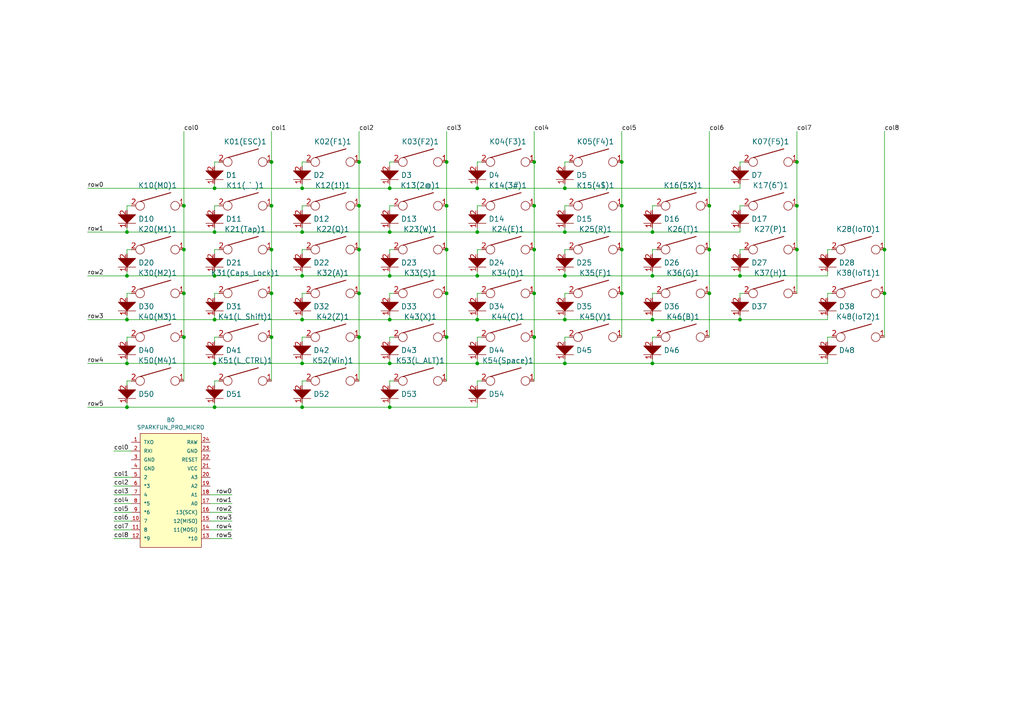
<source format=kicad_sch>
(kicad_sch (version 20230121) (generator eeschema)
  (paper "A4")
  (lib_symbols
    (symbol "G_One_PCB-rescue:D-keyboard_parts" (pin_names (offset 1.016))
      (property "Reference" "D" (at -3.81 -1.27 90))
      (symbol "D-keyboard_parts_0_1"
        (polyline (pts (xy -2.54 0) (xy 2.54 0)))
        (polyline (pts (xy 0 0) (xy -2.54 -2.54) (xy 2.54 -2.54) (xy 0 0)) (fill (type outline)))
      )
      (symbol "D-keyboard_parts_1_1"
        (pin passive line (at 0 1.27 270) (length 1.27) (name "~") (number "1"))
        (pin passive line (at 0 -3.81 90) (length 1.27) (name "~") (number "2"))
      )
    )
    (symbol "G_One_PCB-rescue:KEYSW-keyboard_parts" (pin_names (offset 1.016))
      (property "Reference" "K?" (at -1.27 0 0))
      (symbol "KEYSW-keyboard_parts_0_1"
        (circle (center -5.08 0) (radius 1.27))
        (polyline (pts (xy -5.08 1.27) (xy 3.81 3.81)) (stroke (width 0.254)))
        (circle (center 5.08 0) (radius 1.27))
      )
      (symbol "KEYSW-keyboard_parts_1_1"
        (pin passive line (at 7.62 0 180) (length 1.27) (name "~") (number "1"))
        (pin passive line (at -7.62 0 0) (length 1.27) (name "~") (number "2"))
      )
    )
    (symbol "G_One_PCB-rescue:SPARKFUN_PRO_MICRO-SparkFun-Boards" (pin_names (offset 1.016))
      (property "Reference" "B" (at -8.89 17.78 0))
      (property "Value" "SPARKFUN_PRO_MICRO-SparkFun-Boards" (at -8.89 -19.05 0))
      (property "Field4" "XXX-00000" (at 0 21.59 0))
      (symbol "SPARKFUN_PRO_MICRO-SparkFun-Boards_1_1"
        (polyline (pts (xy -8.89 16.51) (xy -8.89 -16.51) (xy 8.89 -16.51) (xy 8.89 16.51) (xy -8.89 16.51)) (fill (type background)))
        (pin bidirectional line (at -11.43 13.97 0) (length 2.54) (name "TXO") (number "1"))
        (pin bidirectional line (at -11.43 -8.89 0) (length 2.54) (name "7") (number "10"))
        (pin bidirectional line (at -11.43 -11.43 0) (length 2.54) (name "8") (number "11"))
        (pin bidirectional line (at -11.43 -13.97 0) (length 2.54) (name "*9") (number "12"))
        (pin bidirectional line (at 11.43 -13.97 180) (length 2.54) (name "*10") (number "13"))
        (pin bidirectional line (at 11.43 -11.43 180) (length 2.54) (name "11(MOSI)") (number "14"))
        (pin bidirectional line (at 11.43 -8.89 180) (length 2.54) (name "12(MISO)") (number "15"))
        (pin bidirectional line (at 11.43 -6.35 180) (length 2.54) (name "13(SCK)") (number "16"))
        (pin bidirectional line (at 11.43 -3.81 180) (length 2.54) (name "A0") (number "17"))
        (pin bidirectional line (at 11.43 -1.27 180) (length 2.54) (name "A1") (number "18"))
        (pin bidirectional line (at 11.43 1.27 180) (length 2.54) (name "A2") (number "19"))
        (pin bidirectional line (at -11.43 11.43 0) (length 2.54) (name "RXI") (number "2"))
        (pin bidirectional line (at 11.43 3.81 180) (length 2.54) (name "A3") (number "20"))
        (pin power_in line (at 11.43 6.35 180) (length 2.54) (name "VCC") (number "21"))
        (pin bidirectional line (at 11.43 8.89 180) (length 2.54) (name "RESET") (number "22"))
        (pin power_in line (at 11.43 11.43 180) (length 2.54) (name "GND") (number "23"))
        (pin power_in line (at 11.43 13.97 180) (length 2.54) (name "RAW") (number "24"))
        (pin power_in line (at -11.43 8.89 0) (length 2.54) (name "GND") (number "3"))
        (pin power_in line (at -11.43 6.35 0) (length 2.54) (name "GND") (number "4"))
        (pin bidirectional line (at -11.43 3.81 0) (length 2.54) (name "2") (number "5"))
        (pin bidirectional line (at -11.43 1.27 0) (length 2.54) (name "*3") (number "6"))
        (pin bidirectional line (at -11.43 -1.27 0) (length 2.54) (name "4") (number "7"))
        (pin bidirectional line (at -11.43 -3.81 0) (length 2.54) (name "*5") (number "8"))
        (pin bidirectional line (at -11.43 -6.35 0) (length 2.54) (name "*6") (number "9"))
      )
    )
    (symbol "SPARKFUN_PRO_MICRO-SparkFun-Boards_1" (pin_names (offset 1.016))
      (property "Reference" "B" (at -8.89 17.78 0))
      (property "Value" "SPARKFUN_PRO_MICRO-SparkFun-Boards" (at -8.89 -19.05 0))
      (property "Field4" "XXX-00000" (at 0 21.59 0))
      (symbol "SPARKFUN_PRO_MICRO-SparkFun-Boards_1_1_1"
        (polyline (pts (xy -8.89 16.51) (xy -8.89 -16.51) (xy 8.89 -16.51) (xy 8.89 16.51) (xy -8.89 16.51)) (fill (type background)))
        (pin bidirectional line (at -11.43 13.97 0) (length 2.54) (name "TXO") (number "1"))
        (pin bidirectional line (at -11.43 -8.89 0) (length 2.54) (name "7") (number "10"))
        (pin bidirectional line (at -11.43 -11.43 0) (length 2.54) (name "8") (number "11"))
        (pin bidirectional line (at -11.43 -13.97 0) (length 2.54) (name "*9") (number "12"))
        (pin bidirectional line (at 11.43 -13.97 180) (length 2.54) (name "*10") (number "13"))
        (pin bidirectional line (at 11.43 -11.43 180) (length 2.54) (name "11(MOSI)") (number "14"))
        (pin bidirectional line (at 11.43 -8.89 180) (length 2.54) (name "12(MISO)") (number "15"))
        (pin bidirectional line (at 11.43 -6.35 180) (length 2.54) (name "13(SCK)") (number "16"))
        (pin bidirectional line (at 11.43 -3.81 180) (length 2.54) (name "A0") (number "17"))
        (pin bidirectional line (at 11.43 -1.27 180) (length 2.54) (name "A1") (number "18"))
        (pin bidirectional line (at 11.43 1.27 180) (length 2.54) (name "A2") (number "19"))
        (pin bidirectional line (at -11.43 11.43 0) (length 2.54) (name "RXI") (number "2"))
        (pin bidirectional line (at 11.43 3.81 180) (length 2.54) (name "A3") (number "20"))
        (pin power_in line (at 11.43 6.35 180) (length 2.54) (name "VCC") (number "21"))
        (pin bidirectional line (at 11.43 8.89 180) (length 2.54) (name "RESET") (number "22"))
        (pin power_in line (at 11.43 11.43 180) (length 2.54) (name "GND") (number "23"))
        (pin power_in line (at 11.43 13.97 180) (length 2.54) (name "RAW") (number "24"))
        (pin power_in line (at -11.43 8.89 0) (length 2.54) (name "GND") (number "3"))
        (pin power_in line (at -11.43 6.35 0) (length 2.54) (name "GND") (number "4"))
        (pin bidirectional line (at -11.43 3.81 0) (length 2.54) (name "2") (number "5"))
        (pin bidirectional line (at -11.43 1.27 0) (length 2.54) (name "*3") (number "6"))
        (pin bidirectional line (at -11.43 -1.27 0) (length 2.54) (name "4") (number "7"))
        (pin bidirectional line (at -11.43 -3.81 0) (length 2.54) (name "*5") (number "8"))
        (pin bidirectional line (at -11.43 -6.35 0) (length 2.54) (name "*6") (number "9"))
      )
    )
  )
  (junction (at 180.34 59.69))
  (junction (at 180.34 85.09))
  (junction (at 113.03 118.11))
  (junction (at 231.14 46.99))
  (junction (at 163.83 54.61))
  (junction (at 205.74 85.09))
  (junction (at 138.43 54.61))
  (junction (at 138.43 92.71))
  (junction (at 36.83 105.41))
  (junction (at 113.03 80.01))
  (junction (at 62.23 105.41))
  (junction (at 36.83 80.01))
  (junction (at 87.63 54.61))
  (junction (at 87.63 67.31))
  (junction (at 36.83 67.31))
  (junction (at 87.63 105.41))
  (junction (at 78.74 46.99))
  (junction (at 189.23 67.31))
  (junction (at 129.54 97.79))
  (junction (at 104.14 97.79))
  (junction (at 62.23 92.71))
  (junction (at 113.03 92.71))
  (junction (at 78.74 72.39))
  (junction (at 62.23 118.11))
  (junction (at 78.74 97.79))
  (junction (at 62.23 80.01))
  (junction (at 36.83 118.11))
  (junction (at 53.34 85.09))
  (junction (at 138.43 67.31))
  (junction (at 214.63 80.01))
  (junction (at 138.43 80.01))
  (junction (at 180.34 72.39))
  (junction (at 138.43 105.41))
  (junction (at 231.14 72.39))
  (junction (at 104.14 85.09))
  (junction (at 231.14 59.69))
  (junction (at 154.94 72.39))
  (junction (at 36.83 92.71))
  (junction (at 62.23 54.61))
  (junction (at 163.83 92.71))
  (junction (at 87.63 92.71))
  (junction (at 154.94 97.79))
  (junction (at 129.54 85.09))
  (junction (at 205.74 72.39))
  (junction (at 104.14 46.99))
  (junction (at 113.03 54.61))
  (junction (at 180.34 46.99))
  (junction (at 129.54 46.99))
  (junction (at 189.23 80.01))
  (junction (at 154.94 46.99))
  (junction (at 104.14 72.39))
  (junction (at 53.34 97.79))
  (junction (at 104.14 59.69))
  (junction (at 205.74 59.69))
  (junction (at 113.03 105.41))
  (junction (at 163.83 67.31))
  (junction (at 214.63 92.71))
  (junction (at 87.63 80.01))
  (junction (at 129.54 72.39))
  (junction (at 113.03 67.31))
  (junction (at 129.54 59.69))
  (junction (at 53.34 59.69))
  (junction (at 78.74 85.09))
  (junction (at 163.83 80.01))
  (junction (at 256.54 85.09))
  (junction (at 163.83 105.41))
  (junction (at 189.23 105.41))
  (junction (at 154.94 85.09))
  (junction (at 87.63 118.11))
  (junction (at 53.34 72.39))
  (junction (at 154.94 59.69))
  (junction (at 62.23 67.31))
  (junction (at 189.23 92.71))
  (junction (at 256.54 72.39))
  (junction (at 78.74 59.69))
  (wire (pts (xy 129.54 72.39) (xy 129.54 85.09)))
  (wire (pts (xy 113.03 72.39) (xy 113.03 73.66)))
  (wire (pts (xy 189.23 97.79) (xy 189.23 99.06)))
  (wire (pts (xy 163.83 59.69) (xy 163.83 60.96)))
  (wire (pts (xy 163.83 105.41) (xy 138.43 105.41)))
  (wire (pts (xy 36.83 118.11) (xy 25.4 118.11)))
  (wire (pts (xy 88.9 59.69) (xy 87.63 59.69)))
  (wire (pts (xy 62.23 118.11) (xy 62.23 116.84)))
  (wire (pts (xy 154.94 85.09) (xy 154.94 97.79)))
  (wire (pts (xy 33.02 156.21) (xy 38.1 156.21)))
  (wire (pts (xy 139.7 59.69) (xy 138.43 59.69)))
  (wire (pts (xy 138.43 92.71) (xy 163.83 92.71)))
  (wire (pts (xy 205.74 85.09) (xy 205.74 97.79)))
  (wire (pts (xy 113.03 80.01) (xy 138.43 80.01)))
  (wire (pts (xy 139.7 110.49) (xy 138.43 110.49)))
  (wire (pts (xy 62.23 118.11) (xy 87.63 118.11)))
  (wire (pts (xy 163.83 97.79) (xy 163.83 99.06)))
  (wire (pts (xy 241.3 85.09) (xy 240.03 85.09)))
  (wire (pts (xy 62.23 59.69) (xy 62.23 60.96)))
  (wire (pts (xy 240.03 92.71) (xy 240.03 91.44)))
  (wire (pts (xy 53.34 85.09) (xy 53.34 97.79)))
  (wire (pts (xy 205.74 38.1) (xy 205.74 59.69)))
  (wire (pts (xy 163.83 54.61) (xy 214.63 54.61)))
  (wire (pts (xy 138.43 105.41) (xy 138.43 104.14)))
  (wire (pts (xy 104.14 97.79) (xy 104.14 110.49)))
  (wire (pts (xy 163.83 67.31) (xy 163.83 66.04)))
  (wire (pts (xy 36.83 118.11) (xy 62.23 118.11)))
  (wire (pts (xy 214.63 80.01) (xy 240.03 80.01)))
  (wire (pts (xy 60.96 148.59) (xy 67.31 148.59)))
  (wire (pts (xy 205.74 72.39) (xy 205.74 85.09)))
  (wire (pts (xy 113.03 86.36) (xy 113.03 85.09)))
  (wire (pts (xy 60.96 143.51) (xy 67.31 143.51)))
  (wire (pts (xy 60.96 146.05) (xy 67.31 146.05)))
  (wire (pts (xy 104.14 72.39) (xy 104.14 85.09)))
  (wire (pts (xy 113.03 67.31) (xy 113.03 66.04)))
  (wire (pts (xy 180.34 59.69) (xy 180.34 72.39)))
  (wire (pts (xy 163.83 85.09) (xy 163.83 86.36)))
  (wire (pts (xy 240.03 97.79) (xy 240.03 99.06)))
  (wire (pts (xy 240.03 72.39) (xy 240.03 73.66)))
  (wire (pts (xy 113.03 118.11) (xy 138.43 118.11)))
  (wire (pts (xy 231.14 46.99) (xy 231.14 59.69)))
  (wire (pts (xy 87.63 118.11) (xy 113.03 118.11)))
  (wire (pts (xy 190.5 85.09) (xy 189.23 85.09)))
  (wire (pts (xy 53.34 38.1) (xy 53.34 59.69)))
  (wire (pts (xy 87.63 80.01) (xy 113.03 80.01)))
  (wire (pts (xy 62.23 92.71) (xy 87.63 92.71)))
  (wire (pts (xy 241.3 72.39) (xy 240.03 72.39)))
  (wire (pts (xy 38.1 97.79) (xy 36.83 97.79)))
  (wire (pts (xy 78.74 97.79) (xy 78.74 110.49)))
  (wire (pts (xy 38.1 85.09) (xy 36.83 85.09)))
  (wire (pts (xy 113.03 46.99) (xy 113.03 48.26)))
  (wire (pts (xy 87.63 118.11) (xy 87.63 116.84)))
  (wire (pts (xy 129.54 85.09) (xy 129.54 97.79)))
  (wire (pts (xy 87.63 97.79) (xy 87.63 99.06)))
  (wire (pts (xy 36.83 67.31) (xy 62.23 67.31)))
  (wire (pts (xy 104.14 59.69) (xy 104.14 72.39)))
  (wire (pts (xy 87.63 72.39) (xy 87.63 73.66)))
  (wire (pts (xy 165.1 97.79) (xy 163.83 97.79)))
  (wire (pts (xy 114.3 97.79) (xy 113.03 97.79)))
  (wire (pts (xy 62.23 80.01) (xy 87.63 80.01)))
  (wire (pts (xy 78.74 38.1) (xy 78.74 46.99)))
  (wire (pts (xy 163.83 92.71) (xy 189.23 92.71)))
  (wire (pts (xy 62.23 67.31) (xy 87.63 67.31)))
  (wire (pts (xy 113.03 59.69) (xy 113.03 60.96)))
  (wire (pts (xy 62.23 92.71) (xy 62.23 91.44)))
  (wire (pts (xy 36.83 72.39) (xy 36.83 73.66)))
  (wire (pts (xy 189.23 67.31) (xy 214.63 67.31)))
  (wire (pts (xy 63.5 72.39) (xy 62.23 72.39)))
  (wire (pts (xy 129.54 38.1) (xy 129.54 46.99)))
  (wire (pts (xy 190.5 97.79) (xy 189.23 97.79)))
  (wire (pts (xy 165.1 46.99) (xy 163.83 46.99)))
  (wire (pts (xy 256.54 38.1) (xy 256.54 72.39)))
  (wire (pts (xy 62.23 53.34) (xy 62.23 54.61)))
  (wire (pts (xy 154.94 46.99) (xy 154.94 59.69)))
  (wire (pts (xy 87.63 92.71) (xy 87.63 91.44)))
  (wire (pts (xy 63.5 110.49) (xy 62.23 110.49)))
  (wire (pts (xy 240.03 85.09) (xy 240.03 86.36)))
  (wire (pts (xy 87.63 54.61) (xy 87.63 53.34)))
  (wire (pts (xy 256.54 85.09) (xy 256.54 97.79)))
  (wire (pts (xy 36.83 80.01) (xy 62.23 80.01)))
  (wire (pts (xy 129.54 46.99) (xy 129.54 59.69)))
  (wire (pts (xy 113.03 97.79) (xy 113.03 99.06)))
  (wire (pts (xy 36.83 92.71) (xy 62.23 92.71)))
  (wire (pts (xy 163.83 105.41) (xy 163.83 104.14)))
  (wire (pts (xy 63.5 46.99) (xy 62.23 46.99)))
  (wire (pts (xy 62.23 105.41) (xy 62.23 104.14)))
  (wire (pts (xy 139.7 46.99) (xy 138.43 46.99)))
  (wire (pts (xy 214.63 59.69) (xy 214.63 60.96)))
  (wire (pts (xy 78.74 46.99) (xy 78.74 59.69)))
  (wire (pts (xy 113.03 85.09) (xy 114.3 85.09)))
  (wire (pts (xy 205.74 59.69) (xy 205.74 72.39)))
  (wire (pts (xy 113.03 105.41) (xy 87.63 105.41)))
  (wire (pts (xy 154.94 59.69) (xy 154.94 72.39)))
  (wire (pts (xy 113.03 118.11) (xy 113.03 116.84)))
  (wire (pts (xy 163.83 67.31) (xy 189.23 67.31)))
  (wire (pts (xy 189.23 59.69) (xy 189.23 60.96)))
  (wire (pts (xy 113.03 110.49) (xy 113.03 111.76)))
  (wire (pts (xy 163.83 92.71) (xy 163.83 91.44)))
  (wire (pts (xy 53.34 97.79) (xy 53.34 110.49)))
  (wire (pts (xy 36.83 116.84) (xy 36.83 118.11)))
  (wire (pts (xy 189.23 80.01) (xy 214.63 80.01)))
  (wire (pts (xy 138.43 72.39) (xy 138.43 73.66)))
  (wire (pts (xy 87.63 59.69) (xy 87.63 60.96)))
  (wire (pts (xy 87.63 54.61) (xy 113.03 54.61)))
  (wire (pts (xy 36.83 110.49) (xy 36.83 111.76)))
  (wire (pts (xy 113.03 92.71) (xy 138.43 92.71)))
  (wire (pts (xy 154.94 38.1) (xy 154.94 46.99)))
  (wire (pts (xy 138.43 105.41) (xy 113.03 105.41)))
  (wire (pts (xy 113.03 54.61) (xy 113.03 53.34)))
  (wire (pts (xy 165.1 59.69) (xy 163.83 59.69)))
  (wire (pts (xy 113.03 105.41) (xy 113.03 104.14)))
  (wire (pts (xy 139.7 97.79) (xy 138.43 97.79)))
  (wire (pts (xy 104.14 46.99) (xy 104.14 59.69)))
  (wire (pts (xy 163.83 80.01) (xy 189.23 80.01)))
  (wire (pts (xy 114.3 46.99) (xy 113.03 46.99)))
  (wire (pts (xy 60.96 156.21) (xy 67.31 156.21)))
  (wire (pts (xy 62.23 72.39) (xy 62.23 73.66)))
  (wire (pts (xy 62.23 80.01) (xy 62.23 78.74)))
  (wire (pts (xy 189.23 105.41) (xy 163.83 105.41)))
  (wire (pts (xy 138.43 80.01) (xy 163.83 80.01)))
  (wire (pts (xy 180.34 38.1) (xy 180.34 46.99)))
  (wire (pts (xy 154.94 97.79) (xy 154.94 110.49)))
  (wire (pts (xy 88.9 72.39) (xy 87.63 72.39)))
  (wire (pts (xy 189.23 92.71) (xy 189.23 91.44)))
  (wire (pts (xy 256.54 72.39) (xy 256.54 85.09)))
  (wire (pts (xy 138.43 59.69) (xy 138.43 60.96)))
  (wire (pts (xy 53.34 72.39) (xy 53.34 85.09)))
  (wire (pts (xy 36.83 91.44) (xy 36.83 92.71)))
  (wire (pts (xy 33.02 151.13) (xy 38.1 151.13)))
  (wire (pts (xy 214.63 67.31) (xy 214.63 66.04)))
  (wire (pts (xy 87.63 67.31) (xy 87.63 66.04)))
  (wire (pts (xy 38.1 59.69) (xy 36.83 59.69)))
  (wire (pts (xy 36.83 66.04) (xy 36.83 67.31)))
  (wire (pts (xy 36.83 97.79) (xy 36.83 99.06)))
  (wire (pts (xy 189.23 85.09) (xy 189.23 86.36)))
  (wire (pts (xy 113.03 54.61) (xy 138.43 54.61)))
  (wire (pts (xy 241.3 97.79) (xy 240.03 97.79)))
  (wire (pts (xy 38.1 110.49) (xy 36.83 110.49)))
  (wire (pts (xy 87.63 110.49) (xy 87.63 111.76)))
  (wire (pts (xy 190.5 72.39) (xy 189.23 72.39)))
  (wire (pts (xy 190.5 59.69) (xy 189.23 59.69)))
  (wire (pts (xy 62.23 97.79) (xy 62.23 99.06)))
  (wire (pts (xy 88.9 85.09) (xy 87.63 85.09)))
  (wire (pts (xy 62.23 46.99) (xy 62.23 48.26)))
  (wire (pts (xy 138.43 46.99) (xy 138.43 48.26)))
  (wire (pts (xy 36.83 59.69) (xy 36.83 60.96)))
  (wire (pts (xy 36.83 92.71) (xy 25.4 92.71)))
  (wire (pts (xy 154.94 72.39) (xy 154.94 85.09)))
  (wire (pts (xy 62.23 110.49) (xy 62.23 111.76)))
  (wire (pts (xy 180.34 46.99) (xy 180.34 59.69)))
  (wire (pts (xy 63.5 97.79) (xy 62.23 97.79)))
  (wire (pts (xy 180.34 85.09) (xy 180.34 97.79)))
  (wire (pts (xy 114.3 59.69) (xy 113.03 59.69)))
  (wire (pts (xy 163.83 72.39) (xy 163.83 73.66)))
  (wire (pts (xy 113.03 92.71) (xy 113.03 91.44)))
  (wire (pts (xy 138.43 67.31) (xy 138.43 66.04)))
  (wire (pts (xy 88.9 97.79) (xy 87.63 97.79)))
  (wire (pts (xy 63.5 85.09) (xy 62.23 85.09)))
  (wire (pts (xy 60.96 153.67) (xy 67.31 153.67)))
  (wire (pts (xy 163.83 80.01) (xy 163.83 78.74)))
  (wire (pts (xy 53.34 59.69) (xy 53.34 72.39)))
  (wire (pts (xy 189.23 80.01) (xy 189.23 78.74)))
  (wire (pts (xy 138.43 80.01) (xy 138.43 78.74)))
  (wire (pts (xy 129.54 59.69) (xy 129.54 72.39)))
  (wire (pts (xy 87.63 46.99) (xy 87.63 48.26)))
  (wire (pts (xy 114.3 110.49) (xy 113.03 110.49)))
  (wire (pts (xy 25.4 67.31) (xy 36.83 67.31)))
  (wire (pts (xy 38.1 72.39) (xy 36.83 72.39)))
  (wire (pts (xy 88.9 46.99) (xy 87.63 46.99)))
  (wire (pts (xy 231.14 38.1) (xy 231.14 46.99)))
  (wire (pts (xy 165.1 72.39) (xy 163.83 72.39)))
  (wire (pts (xy 189.23 105.41) (xy 189.23 104.14)))
  (wire (pts (xy 138.43 85.09) (xy 138.43 86.36)))
  (wire (pts (xy 78.74 72.39) (xy 78.74 85.09)))
  (wire (pts (xy 62.23 54.61) (xy 25.4 54.61)))
  (wire (pts (xy 138.43 67.31) (xy 163.83 67.31)))
  (wire (pts (xy 189.23 92.71) (xy 214.63 92.71)))
  (wire (pts (xy 189.23 72.39) (xy 189.23 73.66)))
  (wire (pts (xy 215.9 72.39) (xy 214.63 72.39)))
  (wire (pts (xy 214.63 85.09) (xy 214.63 86.36)))
  (wire (pts (xy 214.63 92.71) (xy 214.63 91.44)))
  (wire (pts (xy 240.03 80.01) (xy 240.03 78.74)))
  (wire (pts (xy 87.63 105.41) (xy 87.63 104.14)))
  (wire (pts (xy 60.96 151.13) (xy 67.31 151.13)))
  (wire (pts (xy 139.7 72.39) (xy 138.43 72.39)))
  (wire (pts (xy 215.9 85.09) (xy 214.63 85.09)))
  (wire (pts (xy 214.63 54.61) (xy 214.63 53.34)))
  (wire (pts (xy 138.43 54.61) (xy 163.83 54.61)))
  (wire (pts (xy 138.43 54.61) (xy 138.43 53.34)))
  (wire (pts (xy 36.83 105.41) (xy 62.23 105.41)))
  (wire (pts (xy 36.83 104.14) (xy 36.83 105.41)))
  (wire (pts (xy 33.02 140.97) (xy 38.1 140.97)))
  (wire (pts (xy 138.43 118.11) (xy 138.43 116.84)))
  (wire (pts (xy 138.43 110.49) (xy 138.43 111.76)))
  (wire (pts (xy 87.63 80.01) (xy 87.63 78.74)))
  (wire (pts (xy 104.14 38.1) (xy 104.14 46.99)))
  (wire (pts (xy 87.63 92.71) (xy 113.03 92.71)))
  (wire (pts (xy 189.23 67.31) (xy 189.23 66.04)))
  (wire (pts (xy 139.7 85.09) (xy 138.43 85.09)))
  (wire (pts (xy 214.63 72.39) (xy 214.63 73.66)))
  (wire (pts (xy 114.3 72.39) (xy 113.03 72.39)))
  (wire (pts (xy 33.02 153.67) (xy 38.1 153.67)))
  (wire (pts (xy 138.43 92.71) (xy 138.43 91.44)))
  (wire (pts (xy 62.23 67.31) (xy 62.23 66.04)))
  (wire (pts (xy 113.03 67.31) (xy 138.43 67.31)))
  (wire (pts (xy 88.9 110.49) (xy 87.63 110.49)))
  (wire (pts (xy 165.1 85.09) (xy 163.83 85.09)))
  (wire (pts (xy 33.02 146.05) (xy 38.1 146.05)))
  (wire (pts (xy 62.23 85.09) (xy 62.23 86.36)))
  (wire (pts (xy 33.02 143.51) (xy 38.1 143.51)))
  (wire (pts (xy 240.03 104.14) (xy 240.03 105.41)))
  (wire (pts (xy 63.5 59.69) (xy 62.23 59.69)))
  (wire (pts (xy 231.14 59.69) (xy 231.14 72.39)))
  (wire (pts (xy 240.03 105.41) (xy 189.23 105.41)))
  (wire (pts (xy 36.83 78.74) (xy 36.83 80.01)))
  (wire (pts (xy 78.74 59.69) (xy 78.74 72.39)))
  (wire (pts (xy 163.83 46.99) (xy 163.83 48.26)))
  (wire (pts (xy 78.74 85.09) (xy 78.74 97.79)))
  (wire (pts (xy 231.14 72.39) (xy 231.14 85.09)))
  (wire (pts (xy 36.83 80.01) (xy 25.4 80.01)))
  (wire (pts (xy 87.63 67.31) (xy 113.03 67.31)))
  (wire (pts (xy 87.63 105.41) (xy 62.23 105.41)))
  (wire (pts (xy 180.34 72.39) (xy 180.34 85.09)))
  (wire (pts (xy 104.14 85.09) (xy 104.14 97.79)))
  (wire (pts (xy 215.9 46.99) (xy 214.63 46.99)))
  (wire (pts (xy 33.02 148.59) (xy 38.1 148.59)))
  (wire (pts (xy 36.83 105.41) (xy 25.4 105.41)))
  (wire (pts (xy 138.43 97.79) (xy 138.43 99.06)))
  (wire (pts (xy 113.03 80.01) (xy 113.03 78.74)))
  (wire (pts (xy 62.23 54.61) (xy 87.63 54.61)))
  (wire (pts (xy 214.63 80.01) (xy 214.63 78.74)))
  (wire (pts (xy 129.54 97.79) (xy 129.54 110.49)))
  (wire (pts (xy 87.63 85.09) (xy 87.63 86.36)))
  (wire (pts (xy 214.63 92.71) (xy 240.03 92.71)))
  (wire (pts (xy 36.83 85.09) (xy 36.83 86.36)))
  (wire (pts (xy 33.02 138.43) (xy 38.1 138.43)))
  (wire (pts (xy 215.9 59.69) (xy 214.63 59.69)))
  (wire (pts (xy 163.83 54.61) (xy 163.83 53.34)))
  (wire (pts (xy 214.63 46.99) (xy 214.63 48.26)))
  (wire (pts (xy 33.02 130.81) (xy 38.1 130.81)))
  (label "col2" (at 33.02 140.97 0))
  (label "col6" (at 33.02 151.13 0))
  (label "row2" (at 67.31 148.59 180))
  (label "row0" (at 25.4 54.61 0))
  (label "col6" (at 205.74 38.1 0))
  (label "row1" (at 25.4 67.31 0))
  (label "row3" (at 67.31 151.13 180))
  (label "row3" (at 25.4 92.71 0))
  (label "col5" (at 33.02 148.59 0))
  (label "col0" (at 53.34 38.1 0))
  (label "col5" (at 180.34 38.1 0))
  (label "row1" (at 67.31 146.05 180))
  (label "col1" (at 33.02 138.43 0))
  (label "col3" (at 129.54 38.1 0))
  (label "row5" (at 67.31 156.21 180))
  (label "col0" (at 33.02 130.81 0))
  (label "row0" (at 67.31 143.51 180))
  (label "col8" (at 33.02 156.21 0))
  (label "col7" (at 33.02 153.67 0))
  (label "col2" (at 104.14 38.1 0))
  (label "row5" (at 25.4 118.11 0))
  (label "row4" (at 67.31 153.67 180))
  (label "col4" (at 154.94 38.1 0))
  (label "col3" (at 33.02 143.51 0))
  (label "col1" (at 78.74 38.1 0))
  (label "col4" (at 33.02 146.05 0))
  (label "col8" (at 256.54 38.1 0))
  (label "row4" (at 25.4 105.41 0))
  (label "col7" (at 231.14 38.1 0))
  (label "row2" (at 25.4 80.01 0))
  (symbol (lib_id "G_One_PCB-rescue:KEYSW-keyboard_parts") (at 45.72 97.79 0) (unit 1)
    (property "Reference" "K40(M3)1" (at 45.72 91.8718 0) (effects (font (size 1.524 1.524))))
    (property "Value" "KEYSW" (effects hide))
    (property "Footprint" "keebs:Mx_Alps_100" (effects hide))
  )
  (symbol (lib_id "G_One_PCB-rescue:KEYSW-keyboard_parts") (at 45.72 110.49 0) (unit 1)
    (property "Reference" "K50(M4)1" (at 45.72 104.5718 0) (effects (font (size 1.524 1.524))))
    (property "Value" "KEYSW" (effects hide))
    (property "Footprint" "keebs:Mx_Alps_100" (effects hide))
  )
  (symbol (lib_id "G_One_PCB-rescue:KEYSW-keyboard_parts") (at 71.12 59.69 0) (unit 1)
    (property "Reference" "K11(_`_)1" (at 71.12 53.7718 0) (effects (font (size 1.524 1.524))))
    (property "Value" "KEYSW" (effects hide))
    (property "Footprint" "keebs:Mx_Alps_100" (effects hide))
  )
  (symbol (lib_id "G_One_PCB-rescue:KEYSW-keyboard_parts") (at 96.52 59.69 0) (unit 1)
    (property "Reference" "K12(1!)1" (at 96.52 53.7718 0) (effects (font (size 1.524 1.524))))
    (property "Value" "KEYSW" (effects hide))
    (property "Footprint" "keebs:Mx_Alps_100" (effects hide))
  )
  (symbol (lib_id "G_One_PCB-rescue:KEYSW-keyboard_parts") (at 45.72 59.69 0) (unit 1)
    (property "Reference" "K10(M0)1" (at 45.72 53.7718 0) (effects (font (size 1.524 1.524))))
    (property "Value" "KEYSW" (effects hide))
    (property "Footprint" "keebs:Mx_Alps_100" (effects hide))
  )
  (symbol (lib_id "G_One_PCB-rescue:KEYSW-keyboard_parts") (at 71.12 46.99 0) (unit 1)
    (property "Reference" "K01(ESC)1" (at 71.12 41.0718 0) (effects (font (size 1.524 1.524))))
    (property "Value" "KEYSW" (effects hide))
    (property "Footprint" "keebs:Mx_Alps_100" (effects hide))
  )
  (symbol (lib_id "G_One_PCB-rescue:KEYSW-keyboard_parts") (at 96.52 46.99 0) (unit 1)
    (property "Reference" "K02(F1)1" (at 96.52 41.0718 0) (effects (font (size 1.524 1.524))))
    (property "Value" "KEYSW" (effects hide))
    (property "Footprint" "keebs:Mx_Alps_100" (effects hide))
  )
  (symbol (lib_id "G_One_PCB-rescue:KEYSW-keyboard_parts") (at 121.92 46.99 0) (unit 1)
    (property "Reference" "K03(F2)1" (at 121.92 41.0718 0) (effects (font (size 1.524 1.524))))
    (property "Value" "KEYSW" (effects hide))
    (property "Footprint" "keebs:Mx_Alps_100" (effects hide))
  )
  (symbol (lib_id "G_One_PCB-rescue:KEYSW-keyboard_parts") (at 71.12 72.39 0) (unit 1)
    (property "Reference" "K21(Tap)1" (at 71.12 66.4718 0) (effects (font (size 1.524 1.524))))
    (property "Value" "KEYSW" (effects hide))
    (property "Footprint" "keebs:Mx_Alps_150" (effects hide))
  )
  (symbol (lib_id "G_One_PCB-rescue:KEYSW-keyboard_parts") (at 96.52 72.39 0) (unit 1)
    (property "Reference" "K22(Q)1" (at 96.52 66.4718 0) (effects (font (size 1.524 1.524))))
    (property "Value" "KEYSW" (effects hide))
    (property "Footprint" "keebs:Mx_Alps_100" (effects hide))
  )
  (symbol (lib_id "G_One_PCB-rescue:KEYSW-keyboard_parts") (at 121.92 72.39 0) (unit 1)
    (property "Reference" "K23(W)1" (at 121.92 66.4718 0) (effects (font (size 1.524 1.524))))
    (property "Value" "KEYSW" (effects hide))
    (property "Footprint" "keebs:Mx_Alps_100" (effects hide))
  )
  (symbol (lib_id "G_One_PCB-rescue:KEYSW-keyboard_parts") (at 147.32 72.39 0) (unit 1)
    (property "Reference" "K24(E)1" (at 147.32 66.4718 0) (effects (font (size 1.524 1.524))))
    (property "Value" "KEYSW" (effects hide))
    (property "Footprint" "keebs:Mx_Alps_100" (effects hide))
  )
  (symbol (lib_id "G_One_PCB-rescue:KEYSW-keyboard_parts") (at 172.72 59.69 0) (unit 1)
    (property "Reference" "K15(4$)1" (at 172.72 53.7718 0) (effects (font (size 1.524 1.524))))
    (property "Value" "KEYSW" (effects hide))
    (property "Footprint" "keebs:Mx_Alps_100" (effects hide))
  )
  (symbol (lib_id "G_One_PCB-rescue:KEYSW-keyboard_parts") (at 198.12 59.69 0) (unit 1)
    (property "Reference" "K16(5%)1" (at 198.12 53.7718 0) (effects (font (size 1.524 1.524))))
    (property "Value" "KEYSW" (effects hide))
    (property "Footprint" "keebs:Mx_Alps_100" (effects hide))
  )
  (symbol (lib_id "G_One_PCB-rescue:KEYSW-keyboard_parts") (at 223.52 59.69 0) (unit 1)
    (property "Reference" "K17(6^)1" (at 223.52 53.7718 0) (effects (font (size 1.524 1.524))))
    (property "Value" "KEYSW" (effects hide))
    (property "Footprint" "keebs:Mx_Alps_100" (effects hide))
  )
  (symbol (lib_id "G_One_PCB-rescue:KEYSW-keyboard_parts") (at 147.32 59.69 0) (unit 1)
    (property "Reference" "K14(3#)1" (at 147.32 53.7718 0) (effects (font (size 1.524 1.524))))
    (property "Value" "KEYSW" (effects hide))
    (property "Footprint" "keebs:Mx_Alps_100" (effects hide))
  )
  (symbol (lib_id "G_One_PCB-rescue:KEYSW-keyboard_parts") (at 71.12 85.09 0) (unit 1)
    (property "Reference" "K31(Caps_Lock)1" (at 71.12 79.1718 0) (effects (font (size 1.524 1.524))))
    (property "Value" "KEYSW" (effects hide))
    (property "Footprint" "keebs:Mx_Alps_175" (effects hide))
  )
  (symbol (lib_id "G_One_PCB-rescue:KEYSW-keyboard_parts") (at 96.52 85.09 0) (unit 1)
    (property "Reference" "K32(A)1" (at 96.52 79.1718 0) (effects (font (size 1.524 1.524))))
    (property "Value" "KEYSW" (effects hide))
    (property "Footprint" "keebs:Mx_Alps_100" (effects hide))
  )
  (symbol (lib_id "G_One_PCB-rescue:KEYSW-keyboard_parts") (at 121.92 85.09 0) (unit 1)
    (property "Reference" "K33(S)1" (at 121.92 79.1718 0) (effects (font (size 1.524 1.524))))
    (property "Value" "KEYSW" (effects hide))
    (property "Footprint" "keebs:Mx_Alps_100" (effects hide))
  )
  (symbol (lib_id "G_One_PCB-rescue:KEYSW-keyboard_parts") (at 147.32 85.09 0) (unit 1)
    (property "Reference" "K34(D)1" (at 147.32 79.1718 0) (effects (font (size 1.524 1.524))))
    (property "Value" "KEYSW" (effects hide))
    (property "Footprint" "keebs:Mx_Alps_100" (effects hide))
  )
  (symbol (lib_id "G_One_PCB-rescue:KEYSW-keyboard_parts") (at 172.72 72.39 0) (unit 1)
    (property "Reference" "K25(R)1" (at 172.72 66.4718 0) (effects (font (size 1.524 1.524))))
    (property "Value" "KEYSW" (effects hide))
    (property "Footprint" "keebs:Mx_Alps_100" (effects hide))
  )
  (symbol (lib_id "G_One_PCB-rescue:KEYSW-keyboard_parts") (at 198.12 72.39 0) (unit 1)
    (property "Reference" "K26(T)1" (at 198.12 66.4718 0) (effects (font (size 1.524 1.524))))
    (property "Value" "KEYSW" (effects hide))
    (property "Footprint" "keebs:Mx_Alps_100" (effects hide))
  )
  (symbol (lib_id "G_One_PCB-rescue:KEYSW-keyboard_parts") (at 223.52 72.39 0) (unit 1)
    (property "Reference" "K27(P)1" (at 223.52 66.4718 0) (effects (font (size 1.524 1.524))))
    (property "Value" "KEYSW" (effects hide))
    (property "Footprint" "keebs:Mx_Alps_100" (effects hide))
  )
  (symbol (lib_id "G_One_PCB-rescue:KEYSW-keyboard_parts") (at 223.52 46.99 0) (unit 1)
    (property "Reference" "K07(F5)1" (at 223.52 41.0718 0) (effects (font (size 1.524 1.524))))
    (property "Value" "KEYSW" (effects hide))
    (property "Footprint" "keebs:Mx_Alps_100" (effects hide))
  )
  (symbol (lib_id "G_One_PCB-rescue:KEYSW-keyboard_parts") (at 71.12 97.79 0) (unit 1)
    (property "Reference" "K41(L_Shift)1" (at 71.12 91.8718 0) (effects (font (size 1.524 1.524))))
    (property "Value" "KEYSW" (effects hide))
    (property "Footprint" "keebs:Mx_Alps_225" (effects hide))
  )
  (symbol (lib_id "G_One_PCB-rescue:KEYSW-keyboard_parts") (at 96.52 97.79 0) (unit 1)
    (property "Reference" "K42(Z)1" (at 96.52 91.8718 0) (effects (font (size 1.524 1.524))))
    (property "Value" "KEYSW" (effects hide))
    (property "Footprint" "keebs:Mx_Alps_100" (effects hide))
  )
  (symbol (lib_id "G_One_PCB-rescue:KEYSW-keyboard_parts") (at 121.92 97.79 0) (unit 1)
    (property "Reference" "K43(X)1" (at 121.92 91.8718 0) (effects (font (size 1.524 1.524))))
    (property "Value" "KEYSW" (effects hide))
    (property "Footprint" "keebs:Mx_Alps_100" (effects hide))
  )
  (symbol (lib_id "G_One_PCB-rescue:KEYSW-keyboard_parts") (at 147.32 97.79 0) (unit 1)
    (property "Reference" "K44(C)1" (at 147.32 91.8718 0) (effects (font (size 1.524 1.524))))
    (property "Value" "KEYSW" (effects hide))
    (property "Footprint" "keebs:Mx_Alps_100" (effects hide))
  )
  (symbol (lib_id "G_One_PCB-rescue:KEYSW-keyboard_parts") (at 198.12 85.09 0) (unit 1)
    (property "Reference" "K36(G)1" (at 198.12 79.1718 0) (effects (font (size 1.524 1.524))))
    (property "Value" "KEYSW" (effects hide))
    (property "Footprint" "keebs:Mx_Alps_100" (effects hide))
  )
  (symbol (lib_id "G_One_PCB-rescue:KEYSW-keyboard_parts") (at 223.52 85.09 0) (unit 1)
    (property "Reference" "K37(H)1" (at 223.52 79.1718 0) (effects (font (size 1.524 1.524))))
    (property "Value" "KEYSW" (effects hide))
    (property "Footprint" "keebs:Mx_Alps_100" (effects hide))
  )
  (symbol (lib_id "G_One_PCB-rescue:KEYSW-keyboard_parts") (at 248.92 72.39 0) (unit 1)
    (property "Reference" "K28(IoT0)1" (at 248.92 66.4718 0) (effects (font (size 1.524 1.524))))
    (property "Value" "KEYSW" (effects hide))
    (property "Footprint" "keebs:Mx_Alps_100" (effects hide))
  )
  (symbol (lib_id "G_One_PCB-rescue:KEYSW-keyboard_parts") (at 172.72 85.09 0) (unit 1)
    (property "Reference" "K35(F)1" (at 172.72 79.1718 0) (effects (font (size 1.524 1.524))))
    (property "Value" "KEYSW" (effects hide))
    (property "Footprint" "keebs:Mx_Alps_100" (effects hide))
  )
  (symbol (lib_id "G_One_PCB-rescue:KEYSW-keyboard_parts") (at 71.12 110.49 0) (unit 1)
    (property "Reference" "K51(L_CTRL)1" (at 71.12 104.5718 0) (effects (font (size 1.524 1.524))))
    (property "Value" "KEYSW" (effects hide))
    (property "Footprint" "keebs:Mx_Alps_125" (effects hide))
  )
  (symbol (lib_id "G_One_PCB-rescue:KEYSW-keyboard_parts") (at 96.52 110.49 0) (unit 1)
    (property "Reference" "K52(Win)1" (at 96.52 104.5718 0) (effects (font (size 1.524 1.524))))
    (property "Value" "KEYSW" (effects hide))
    (property "Footprint" "keebs:Mx_Alps_125" (effects hide))
  )
  (symbol (lib_id "G_One_PCB-rescue:KEYSW-keyboard_parts") (at 121.92 110.49 0) (unit 1)
    (property "Reference" "K53(L_ALT)1" (at 121.92 104.5718 0) (effects (font (size 1.524 1.524))))
    (property "Value" "KEYSW" (effects hide))
    (property "Footprint" "keebs:Mx_Alps_125" (effects hide))
  )
  (symbol (lib_id "G_One_PCB-rescue:KEYSW-keyboard_parts") (at 248.92 97.79 0) (unit 1)
    (property "Reference" "K48(IoT2)1" (at 248.92 91.8718 0) (effects (font (size 1.524 1.524))))
    (property "Value" "KEYSW" (effects hide))
    (property "Footprint" "keebs:Mx_Alps_100" (effects hide))
  )
  (symbol (lib_id "G_One_PCB-rescue:KEYSW-keyboard_parts") (at 248.92 85.09 0) (unit 1)
    (property "Reference" "K38(IoT1)1" (at 248.92 79.1718 0) (effects (font (size 1.524 1.524))))
    (property "Value" "KEYSW" (effects hide))
    (property "Footprint" "keebs:Mx_Alps_100" (effects hide))
  )
  (symbol (lib_id "G_One_PCB-rescue:KEYSW-keyboard_parts") (at 198.12 97.79 0) (unit 1)
    (property "Reference" "K46(B)1" (at 198.12 91.8718 0) (effects (font (size 1.524 1.524))))
    (property "Value" "KEYSW" (effects hide))
    (property "Footprint" "keebs:Mx_Alps_100" (effects hide))
  )
  (symbol (lib_id "G_One_PCB-rescue:KEYSW-keyboard_parts") (at 172.72 97.79 0) (unit 1)
    (property "Reference" "K45(V)1" (at 172.72 91.8718 0) (effects (font (size 1.524 1.524))))
    (property "Value" "KEYSW" (effects hide))
    (property "Footprint" "keebs:Mx_Alps_100" (effects hide))
  )
  (symbol (lib_id "G_One_PCB-rescue:KEYSW-keyboard_parts") (at 147.32 110.49 0) (unit 1)
    (property "Reference" "K54(Space)1" (at 147.32 104.5718 0) (effects (font (size 1.524 1.524))))
    (property "Value" "KEYSW" (effects hide))
    (property "Footprint" "keebs:Mx_Alps_275" (effects hide))
  )
  (symbol (lib_id "G_One_PCB-rescue:KEYSW-keyboard_parts") (at 121.92 59.69 0) (unit 1)
    (property "Reference" "K13(2@)1" (at 121.92 53.7718 0) (effects (font (size 1.524 1.524))))
    (property "Value" "KEYSW" (effects hide))
    (property "Footprint" "keebs:Mx_Alps_100" (effects hide))
  )
  (symbol (lib_id "G_One_PCB-rescue:KEYSW-keyboard_parts") (at 147.32 46.99 0) (unit 1)
    (property "Reference" "K04(F3)1" (at 147.32 41.0718 0) (effects (font (size 1.524 1.524))))
    (property "Value" "KEYSW" (effects hide))
    (property "Footprint" "keebs:Mx_Alps_100" (effects hide))
  )
  (symbol (lib_id "G_One_PCB-rescue:KEYSW-keyboard_parts") (at 172.72 46.99 0) (unit 1)
    (property "Reference" "K05(F4)1" (at 172.72 41.0718 0) (effects (font (size 1.524 1.524))))
    (property "Value" "KEYSW" (effects hide))
    (property "Footprint" "keebs:Mx_Alps_100" (effects hide))
  )
  (symbol (lib_id "G_One_PCB-rescue:KEYSW-keyboard_parts") (at 45.72 72.39 0) (unit 1)
    (property "Reference" "K20(M1)1" (at 45.72 66.4718 0) (effects (font (size 1.524 1.524))))
    (property "Value" "KEYSW" (effects hide))
    (property "Footprint" "keebs:Mx_Alps_100" (effects hide))
  )
  (symbol (lib_id "G_One_PCB-rescue:KEYSW-keyboard_parts") (at 45.72 85.09 0) (unit 1)
    (property "Reference" "K30(M2)1" (at 45.72 79.1718 0) (effects (font (size 1.524 1.524))))
    (property "Value" "KEYSW" (effects hide))
    (property "Footprint" "keebs:Mx_Alps_100" (effects hide))
  )
  (symbol (lib_id "G_One_PCB-rescue:D-keyboard_parts") (at 62.23 52.07 180) (unit 1)
    (property "Reference" "D1" (at 65.4812 50.8 0) (effects (font (size 1.524 1.524)) (justify right)))
    (property "Value" "D" (effects hide))
    (property "Footprint" "keyboard_parts:D_SOD123_axial" (effects hide))
  )
  (symbol (lib_id "G_One_PCB-rescue:D-keyboard_parts") (at 87.63 52.07 180) (unit 1)
    (property "Reference" "D2" (at 90.8812 50.8 0) (effects (font (size 1.524 1.524)) (justify right)))
    (property "Value" "D" (effects hide))
    (property "Footprint" "keyboard_parts:D_SOD123_axial" (effects hide))
  )
  (symbol (lib_id "G_One_PCB-rescue:D-keyboard_parts") (at 113.03 52.07 180) (unit 1)
    (property "Reference" "D3" (at 116.2812 50.8 0) (effects (font (size 1.524 1.524)) (justify right)))
    (property "Value" "D" (effects hide))
    (property "Footprint" "keyboard_parts:D_SOD123_axial" (effects hide))
  )
  (symbol (lib_id "G_One_PCB-rescue:D-keyboard_parts") (at 138.43 52.07 180) (unit 1)
    (property "Reference" "D4" (at 141.6812 50.8 0) (effects (font (size 1.524 1.524)) (justify right)))
    (property "Value" "D" (effects hide))
    (property "Footprint" "keyboard_parts:D_SOD123_axial" (effects hide))
  )
  (symbol (lib_id "G_One_PCB-rescue:D-keyboard_parts") (at 163.83 52.07 180) (unit 1)
    (property "Reference" "D5" (at 167.0812 50.8 0) (effects (font (size 1.524 1.524)) (justify right)))
    (property "Value" "D" (effects hide))
    (property "Footprint" "keyboard_parts:D_SOD123_axial" (effects hide))
  )
  (symbol (lib_id "G_One_PCB-rescue:D-keyboard_parts") (at 214.63 52.07 180) (unit 1)
    (property "Reference" "D7" (at 217.8812 50.8 0) (effects (font (size 1.524 1.524)) (justify right)))
    (property "Value" "D" (effects hide))
    (property "Footprint" "keyboard_parts:D_SOD123_axial" (effects hide))
  )
  (symbol (lib_id "G_One_PCB-rescue:D-keyboard_parts") (at 36.83 64.77 180) (unit 1)
    (property "Reference" "D10" (at 40.0812 63.5 0) (effects (font (size 1.524 1.524)) (justify right)))
    (property "Value" "D" (effects hide))
    (property "Footprint" "keyboard_parts:D_SOD123_axial" (effects hide))
  )
  (symbol (lib_id "G_One_PCB-rescue:D-keyboard_parts") (at 62.23 64.77 180) (unit 1)
    (property "Reference" "D11" (at 65.4812 63.5 0) (effects (font (size 1.524 1.524)) (justify right)))
    (property "Value" "D" (effects hide))
    (property "Footprint" "keyboard_parts:D_SOD123_axial" (effects hide))
  )
  (symbol (lib_id "G_One_PCB-rescue:D-keyboard_parts") (at 87.63 64.77 180) (unit 1)
    (property "Reference" "D12" (at 90.8812 63.5 0) (effects (font (size 1.524 1.524)) (justify right)))
    (property "Value" "D" (effects hide))
    (property "Footprint" "keyboard_parts:D_SOD123_axial" (effects hide))
  )
  (symbol (lib_id "G_One_PCB-rescue:D-keyboard_parts") (at 113.03 64.77 180) (unit 1)
    (property "Reference" "D13" (at 116.2812 63.5 0) (effects (font (size 1.524 1.524)) (justify right)))
    (property "Value" "D" (effects hide))
    (property "Footprint" "keyboard_parts:D_SOD123_axial" (effects hide))
  )
  (symbol (lib_id "G_One_PCB-rescue:D-keyboard_parts") (at 138.43 64.77 180) (unit 1)
    (property "Reference" "D14" (at 141.6812 63.5 0) (effects (font (size 1.524 1.524)) (justify right)))
    (property "Value" "D" (effects hide))
    (property "Footprint" "keyboard_parts:D_SOD123_axial" (effects hide))
  )
  (symbol (lib_id "G_One_PCB-rescue:D-keyboard_parts") (at 163.83 64.77 180) (unit 1)
    (property "Reference" "D15" (at 167.0812 63.5 0) (effects (font (size 1.524 1.524)) (justify right)))
    (property "Value" "D" (effects hide))
    (property "Footprint" "keyboard_parts:D_SOD123_axial" (effects hide))
  )
  (symbol (lib_id "G_One_PCB-rescue:D-keyboard_parts") (at 189.23 64.77 180) (unit 1)
    (property "Reference" "D16" (at 192.4812 63.5 0) (effects (font (size 1.524 1.524)) (justify right)))
    (property "Value" "D" (effects hide))
    (property "Footprint" "keyboard_parts:D_SOD123_axial" (effects hide))
  )
  (symbol (lib_id "G_One_PCB-rescue:D-keyboard_parts") (at 214.63 64.77 180) (unit 1)
    (property "Reference" "D17" (at 217.8812 63.5 0) (effects (font (size 1.524 1.524)) (justify right)))
    (property "Value" "D" (effects hide))
    (property "Footprint" "keyboard_parts:D_SOD123_axial" (effects hide))
  )
  (symbol (lib_id "G_One_PCB-rescue:D-keyboard_parts") (at 240.03 77.47 180) (unit 1)
    (property "Reference" "D28" (at 243.2812 76.2 0) (effects (font (size 1.524 1.524)) (justify right)))
    (property "Value" "D" (effects hide))
    (property "Footprint" "keyboard_parts:D_SOD123_axial" (effects hide))
  )
  (symbol (lib_id "G_One_PCB-rescue:D-keyboard_parts") (at 214.63 77.47 180) (unit 1)
    (property "Reference" "D27" (at 217.8812 76.2 0) (effects (font (size 1.524 1.524)) (justify right)))
    (property "Value" "D" (effects hide))
    (property "Footprint" "keyboard_parts:D_SOD123_axial" (effects hide))
  )
  (symbol (lib_id "G_One_PCB-rescue:D-keyboard_parts") (at 189.23 77.47 180) (unit 1)
    (property "Reference" "D26" (at 192.4812 76.2 0) (effects (font (size 1.524 1.524)) (justify right)))
    (property "Value" "D" (effects hide))
    (property "Footprint" "keyboard_parts:D_SOD123_axial" (effects hide))
  )
  (symbol (lib_id "G_One_PCB-rescue:D-keyboard_parts") (at 163.83 77.47 180) (unit 1)
    (property "Reference" "D25" (at 167.0812 76.2 0) (effects (font (size 1.524 1.524)) (justify right)))
    (property "Value" "D" (effects hide))
    (property "Footprint" "keyboard_parts:D_SOD123_axial" (effects hide))
  )
  (symbol (lib_id "G_One_PCB-rescue:D-keyboard_parts") (at 138.43 77.47 180) (unit 1)
    (property "Reference" "D24" (at 141.6812 76.2 0) (effects (font (size 1.524 1.524)) (justify right)))
    (property "Value" "D" (effects hide))
    (property "Footprint" "keyboard_parts:D_SOD123_axial" (effects hide))
  )
  (symbol (lib_id "G_One_PCB-rescue:D-keyboard_parts") (at 113.03 77.47 180) (unit 1)
    (property "Reference" "D23" (at 116.2812 76.2 0) (effects (font (size 1.524 1.524)) (justify right)))
    (property "Value" "D" (effects hide))
    (property "Footprint" "keyboard_parts:D_SOD123_axial" (effects hide))
  )
  (symbol (lib_id "G_One_PCB-rescue:D-keyboard_parts") (at 87.63 77.47 180) (unit 1)
    (property "Reference" "D22" (at 90.8812 76.2 0) (effects (font (size 1.524 1.524)) (justify right)))
    (property "Value" "D" (effects hide))
    (property "Footprint" "keyboard_parts:D_SOD123_axial" (effects hide))
  )
  (symbol (lib_id "G_One_PCB-rescue:D-keyboard_parts") (at 62.23 77.47 180) (unit 1)
    (property "Reference" "D21" (at 65.4812 76.2 0) (effects (font (size 1.524 1.524)) (justify right)))
    (property "Value" "D" (effects hide))
    (property "Footprint" "keyboard_parts:D_SOD123_axial" (effects hide))
  )
  (symbol (lib_id "G_One_PCB-rescue:D-keyboard_parts") (at 36.83 77.47 180) (unit 1)
    (property "Reference" "D20" (at 40.0812 76.2 0) (effects (font (size 1.524 1.524)) (justify right)))
    (property "Value" "D" (effects hide))
    (property "Footprint" "keyboard_parts:D_SOD123_axial" (effects hide))
  )
  (symbol (lib_id "G_One_PCB-rescue:D-keyboard_parts") (at 36.83 90.17 180) (unit 1)
    (property "Reference" "D30" (at 40.0812 88.9 0) (effects (font (size 1.524 1.524)) (justify right)))
    (property "Value" "D" (effects hide))
    (property "Footprint" "keyboard_parts:D_SOD123_axial" (effects hide))
  )
  (symbol (lib_id "G_One_PCB-rescue:D-keyboard_parts") (at 36.83 102.87 180) (unit 1)
    (property "Reference" "D40" (at 40.0812 101.6 0) (effects (font (size 1.524 1.524)) (justify right)))
    (property "Value" "D" (effects hide))
    (property "Footprint" "keyboard_parts:D_SOD123_axial" (effects hide))
  )
  (symbol (lib_id "G_One_PCB-rescue:D-keyboard_parts") (at 36.83 115.57 180) (unit 1)
    (property "Reference" "D50" (at 40.0812 114.3 0) (effects (font (size 1.524 1.524)) (justify right)))
    (property "Value" "D" (effects hide))
    (property "Footprint" "keyboard_parts:D_SOD123_axial" (effects hide))
  )
  (symbol (lib_id "G_One_PCB-rescue:D-keyboard_parts") (at 62.23 115.57 180) (unit 1)
    (property "Reference" "D51" (at 65.4812 114.3 0) (effects (font (size 1.524 1.524)) (justify right)))
    (property "Value" "D" (effects hide))
    (property "Footprint" "keyboard_parts:D_SOD123_axial" (effects hide))
  )
  (symbol (lib_id "G_One_PCB-rescue:D-keyboard_parts") (at 62.23 102.87 180) (unit 1)
    (property "Reference" "D41" (at 65.4812 101.6 0) (effects (font (size 1.524 1.524)) (justify right)))
    (property "Value" "D" (effects hide))
    (property "Footprint" "keyboard_parts:D_SOD123_axial" (effects hide))
  )
  (symbol (lib_id "G_One_PCB-rescue:D-keyboard_parts") (at 62.23 90.17 180) (unit 1)
    (property "Reference" "D31" (at 65.4812 88.9 0) (effects (font (size 1.524 1.524)) (justify right)))
    (property "Value" "D" (effects hide))
    (property "Footprint" "keyboard_parts:D_SOD123_axial" (effects hide))
  )
  (symbol (lib_id "G_One_PCB-rescue:D-keyboard_parts") (at 87.63 115.57 180) (unit 1)
    (property "Reference" "D52" (at 90.8812 114.3 0) (effects (font (size 1.524 1.524)) (justify right)))
    (property "Value" "D" (effects hide))
    (property "Footprint" "keyboard_parts:D_SOD123_axial" (effects hide))
  )
  (symbol (lib_id "G_One_PCB-rescue:D-keyboard_parts") (at 113.03 115.57 180) (unit 1)
    (property "Reference" "D53" (at 116.2812 114.3 0) (effects (font (size 1.524 1.524)) (justify right)))
    (property "Value" "D" (effects hide))
    (property "Footprint" "keyboard_parts:D_SOD123_axial" (effects hide))
  )
  (symbol (lib_id "G_One_PCB-rescue:D-keyboard_parts") (at 138.43 115.57 180) (unit 1)
    (property "Reference" "D54" (at 141.6812 114.3 0) (effects (font (size 1.524 1.524)) (justify right)))
    (property "Value" "D" (effects hide))
    (property "Footprint" "keyboard_parts:D_SOD123_axial" (effects hide))
  )
  (symbol (lib_id "G_One_PCB-rescue:D-keyboard_parts") (at 138.43 102.87 180) (unit 1)
    (property "Reference" "D44" (at 141.6812 101.6 0) (effects (font (size 1.524 1.524)) (justify right)))
    (property "Value" "D" (effects hide))
    (property "Footprint" "keyboard_parts:D_SOD123_axial" (effects hide))
  )
  (symbol (lib_id "G_One_PCB-rescue:D-keyboard_parts") (at 113.03 102.87 180) (unit 1)
    (property "Reference" "D43" (at 116.2812 101.6 0) (effects (font (size 1.524 1.524)) (justify right)))
    (property "Value" "D" (effects hide))
    (property "Footprint" "keyboard_parts:D_SOD123_axial" (effects hide))
  )
  (symbol (lib_id "G_One_PCB-rescue:D-keyboard_parts") (at 87.63 102.87 180) (unit 1)
    (property "Reference" "D42" (at 90.8812 101.6 0) (effects (font (size 1.524 1.524)) (justify right)))
    (property "Value" "D" (effects hide))
    (property "Footprint" "keyboard_parts:D_SOD123_axial" (effects hide))
  )
  (symbol (lib_id "G_One_PCB-rescue:D-keyboard_parts") (at 87.63 90.17 180) (unit 1)
    (property "Reference" "D32" (at 90.8812 88.9 0) (effects (font (size 1.524 1.524)) (justify right)))
    (property "Value" "D" (effects hide))
    (property "Footprint" "keyboard_parts:D_SOD123_axial" (effects hide))
  )
  (symbol (lib_id "G_One_PCB-rescue:D-keyboard_parts") (at 113.03 90.17 180) (unit 1)
    (property "Reference" "D33" (at 116.2812 88.9 0) (effects (font (size 1.524 1.524)) (justify right)))
    (property "Value" "D" (effects hide))
    (property "Footprint" "keyboard_parts:D_SOD123_axial" (effects hide))
  )
  (symbol (lib_id "G_One_PCB-rescue:D-keyboard_parts") (at 138.43 90.17 180) (unit 1)
    (property "Reference" "D34" (at 141.6812 88.9 0) (effects (font (size 1.524 1.524)) (justify right)))
    (property "Value" "D" (effects hide))
    (property "Footprint" "keyboard_parts:D_SOD123_axial" (effects hide))
  )
  (symbol (lib_id "G_One_PCB-rescue:D-keyboard_parts") (at 163.83 90.17 180) (unit 1)
    (property "Reference" "D35" (at 167.0812 88.9 0) (effects (font (size 1.524 1.524)) (justify right)))
    (property "Value" "D" (effects hide))
    (property "Footprint" "keyboard_parts:D_SOD123_axial" (effects hide))
  )
  (symbol (lib_id "G_One_PCB-rescue:D-keyboard_parts") (at 163.83 102.87 180) (unit 1)
    (property "Reference" "D45" (at 167.0812 101.6 0) (effects (font (size 1.524 1.524)) (justify right)))
    (property "Value" "D" (effects hide))
    (property "Footprint" "keyboard_parts:D_SOD123_axial" (effects hide))
  )
  (symbol (lib_id "G_One_PCB-rescue:D-keyboard_parts") (at 189.23 102.87 180) (unit 1)
    (property "Reference" "D46" (at 192.4812 101.6 0) (effects (font (size 1.524 1.524)) (justify right)))
    (property "Value" "D" (effects hide))
    (property "Footprint" "keyboard_parts:D_SOD123_axial" (effects hide))
  )
  (symbol (lib_id "G_One_PCB-rescue:D-keyboard_parts") (at 189.23 90.17 180) (unit 1)
    (property "Reference" "D36" (at 192.4812 88.9 0) (effects (font (size 1.524 1.524)) (justify right)))
    (property "Value" "D" (effects hide))
    (property "Footprint" "keyboard_parts:D_SOD123_axial" (effects hide))
  )
  (symbol (lib_id "G_One_PCB-rescue:D-keyboard_parts") (at 214.63 90.17 180) (unit 1)
    (property "Reference" "D37" (at 217.8812 88.9 0) (effects (font (size 1.524 1.524)) (justify right)))
    (property "Value" "D" (effects hide))
    (property "Footprint" "keyboard_parts:D_SOD123_axial" (effects hide))
  )
  (symbol (lib_id "G_One_PCB-rescue:D-keyboard_parts") (at 240.03 90.17 180) (unit 1)
    (property "Reference" "D38" (at 243.2812 88.9 0) (effects (font (size 1.524 1.524)) (justify right)))
    (property "Value" "D" (effects hide))
    (property "Footprint" "keyboard_parts:D_SOD123_axial" (effects hide))
  )
  (symbol (lib_id "G_One_PCB-rescue:D-keyboard_parts") (at 240.03 102.87 180) (unit 1)
    (property "Reference" "D48" (at 243.2812 101.6 0) (effects (font (size 1.524 1.524)) (justify right)))
    (property "Value" "D" (effects hide))
    (property "Footprint" "keyboard_parts:D_SOD123_axial" (effects hide))
  )
  (symbol (lib_name "SPARKFUN_PRO_MICRO-SparkFun-Boards_1") (lib_id "G_One_PCB-rescue:SPARKFUN_PRO_MICRO-SparkFun-Boards") (at 49.53 142.24 0) (unit 1)
    (property "Reference" "B0" (at 49.53 121.8184 0) (effects (font (size 1.143 1.143))))
    (property "Value" "SPARKFUN_PRO_MICRO" (at 49.53 123.952 0) (effects (font (size 1.143 1.143))))
    (property "Footprint" "Boards:SPARKFUN_PRO_MICRO" (effects hide))
  )
)
</source>
